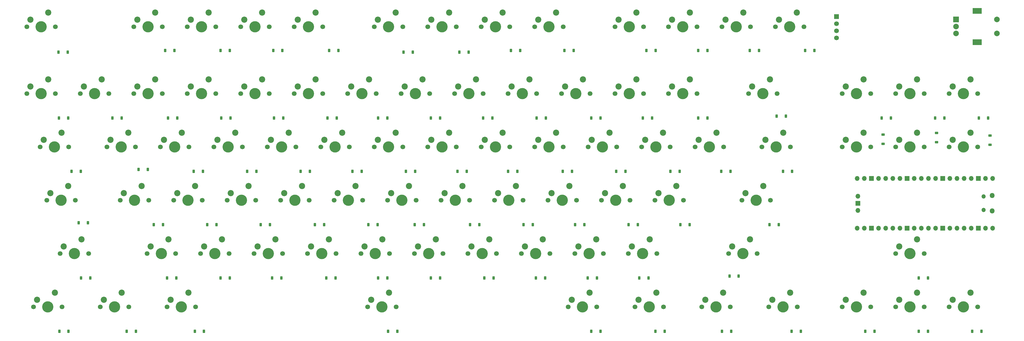
<source format=gbr>
%TF.GenerationSoftware,KiCad,Pcbnew,9.0.6*%
%TF.CreationDate,2025-12-30T21:58:58-08:00*%
%TF.ProjectId,keyboard,6b657962-6f61-4726-942e-6b696361645f,rev?*%
%TF.SameCoordinates,Original*%
%TF.FileFunction,Soldermask,Top*%
%TF.FilePolarity,Negative*%
%FSLAX46Y46*%
G04 Gerber Fmt 4.6, Leading zero omitted, Abs format (unit mm)*
G04 Created by KiCad (PCBNEW 9.0.6) date 2025-12-30 21:58:58*
%MOMM*%
%LPD*%
G01*
G04 APERTURE LIST*
G04 Aperture macros list*
%AMRoundRect*
0 Rectangle with rounded corners*
0 $1 Rounding radius*
0 $2 $3 $4 $5 $6 $7 $8 $9 X,Y pos of 4 corners*
0 Add a 4 corners polygon primitive as box body*
4,1,4,$2,$3,$4,$5,$6,$7,$8,$9,$2,$3,0*
0 Add four circle primitives for the rounded corners*
1,1,$1+$1,$2,$3*
1,1,$1+$1,$4,$5*
1,1,$1+$1,$6,$7*
1,1,$1+$1,$8,$9*
0 Add four rect primitives between the rounded corners*
20,1,$1+$1,$2,$3,$4,$5,0*
20,1,$1+$1,$4,$5,$6,$7,0*
20,1,$1+$1,$6,$7,$8,$9,0*
20,1,$1+$1,$8,$9,$2,$3,0*%
G04 Aperture macros list end*
%ADD10RoundRect,0.225000X-0.225000X-0.375000X0.225000X-0.375000X0.225000X0.375000X-0.225000X0.375000X0*%
%ADD11C,1.700000*%
%ADD12C,4.000000*%
%ADD13C,2.200000*%
%ADD14R,1.700000X1.700000*%
%ADD15RoundRect,0.225000X-0.375000X0.225000X-0.375000X-0.225000X0.375000X-0.225000X0.375000X0.225000X0*%
%ADD16R,2.000000X2.000000*%
%ADD17C,2.000000*%
%ADD18R,3.200000X2.000000*%
%ADD19O,1.800000X1.800000*%
%ADD20O,1.500000X1.500000*%
%ADD21O,1.700000X1.700000*%
G04 APERTURE END LIST*
D10*
%TO.C,D78*%
X315056250Y-130175000D03*
X318356250Y-130175000D03*
%TD*%
D11*
%TO.C,n3*%
X73501250Y-45243750D03*
D12*
X78581250Y-45243750D03*
D11*
X83661250Y-45243750D03*
D13*
X81121250Y-40163750D03*
X74771250Y-42703750D03*
%TD*%
D11*
%TO.C,U2*%
X159226250Y-64293750D03*
D12*
X164306250Y-64293750D03*
D11*
X169386250Y-64293750D03*
D13*
X166846250Y-59213750D03*
X160496250Y-61753750D03*
%TD*%
D10*
%TO.C,D28*%
X119000000Y-92075000D03*
X122300000Y-92075000D03*
%TD*%
D11*
%TO.C,L1*%
X202088750Y-83343750D03*
D12*
X207168750Y-83343750D03*
D11*
X212248750Y-83343750D03*
D13*
X209708750Y-78263750D03*
X203358750Y-80803750D03*
%TD*%
D11*
%TO.C,F8*%
X197326250Y-21431250D03*
D12*
X202406250Y-21431250D03*
D11*
X207486250Y-21431250D03*
D13*
X204946250Y-16351250D03*
X198596250Y-18891250D03*
%TD*%
D10*
%TO.C,D38*%
X154560000Y-92075000D03*
X157860000Y-92075000D03*
%TD*%
%TO.C,D68*%
X264035000Y-130175000D03*
X267335000Y-130175000D03*
%TD*%
D11*
%TO.C,n0*%
X206851250Y-45243750D03*
D12*
X211931250Y-45243750D03*
D11*
X217011250Y-45243750D03*
D13*
X214471250Y-40163750D03*
X208121250Y-42703750D03*
%TD*%
D10*
%TO.C,D45*%
X207900000Y-29845000D03*
X211200000Y-29845000D03*
%TD*%
D11*
%TO.C,RARROW1*%
X344963750Y-121443750D03*
D12*
X350043750Y-121443750D03*
D11*
X355123750Y-121443750D03*
D13*
X352583750Y-116363750D03*
X346233750Y-118903750D03*
%TD*%
D10*
%TO.C,D27*%
X113920000Y-73025000D03*
X117220000Y-73025000D03*
%TD*%
D11*
%TO.C,OBRACKET1*%
X235426250Y-64293750D03*
D12*
X240506250Y-64293750D03*
D11*
X245586250Y-64293750D03*
D13*
X243046250Y-59213750D03*
X236696250Y-61753750D03*
%TD*%
D10*
%TO.C,D59*%
X226315000Y-73025000D03*
X229615000Y-73025000D03*
%TD*%
D11*
%TO.C,F5*%
X140176250Y-21431250D03*
D12*
X145256250Y-21431250D03*
D11*
X150336250Y-21431250D03*
D13*
X147796250Y-16351250D03*
X141446250Y-18891250D03*
%TD*%
D11*
%TO.C,S1*%
X68738750Y-83343750D03*
D12*
X73818750Y-83343750D03*
D11*
X78898750Y-83343750D03*
D13*
X76358750Y-78263750D03*
X70008750Y-80803750D03*
%TD*%
D11*
%TO.C,n7*%
X149701250Y-45243750D03*
D12*
X154781250Y-45243750D03*
D11*
X159861250Y-45243750D03*
D13*
X157321250Y-40163750D03*
X150971250Y-42703750D03*
%TD*%
D11*
%TO.C,PGUP1*%
X344963750Y-45243750D03*
D12*
X350043750Y-45243750D03*
D11*
X355123750Y-45243750D03*
D13*
X352583750Y-40163750D03*
X346233750Y-42703750D03*
%TD*%
D10*
%TO.C,D51*%
X237110000Y-29845000D03*
X240410000Y-29845000D03*
%TD*%
D11*
%TO.C,rSHIFT1*%
X266382500Y-102393750D03*
D12*
X271462500Y-102393750D03*
D11*
X276542500Y-102393750D03*
D13*
X274002500Y-97313750D03*
X267652500Y-99853750D03*
%TD*%
D10*
%TO.C,D9*%
X56135000Y-72390000D03*
X59435000Y-72390000D03*
%TD*%
D11*
%TO.C,E1*%
X83026250Y-64293750D03*
D12*
X88106250Y-64293750D03*
D11*
X93186250Y-64293750D03*
D13*
X90646250Y-59213750D03*
X84296250Y-61753750D03*
%TD*%
D11*
%TO.C,P1*%
X216376250Y-64293750D03*
D12*
X221456250Y-64293750D03*
D11*
X226536250Y-64293750D03*
D13*
X223996250Y-59213750D03*
X217646250Y-61753750D03*
%TD*%
D10*
%TO.C,D41*%
X160275000Y-53975000D03*
X163575000Y-53975000D03*
%TD*%
D11*
%TO.C,D67*%
X87788750Y-83343750D03*
D12*
X92868750Y-83343750D03*
D11*
X97948750Y-83343750D03*
D13*
X95408750Y-78263750D03*
X89058750Y-80803750D03*
%TD*%
D11*
%TO.C,F10*%
X244951250Y-21431250D03*
D12*
X250031250Y-21431250D03*
D11*
X255111250Y-21431250D03*
D13*
X252571250Y-16351250D03*
X246221250Y-18891250D03*
%TD*%
D10*
%TO.C,D79*%
X334106250Y-130175000D03*
X337406250Y-130175000D03*
%TD*%
D11*
%TO.C,CAPS1*%
X23495000Y-83343750D03*
D12*
X28575000Y-83343750D03*
D11*
X33655000Y-83343750D03*
D13*
X31115000Y-78263750D03*
X24765000Y-80803750D03*
%TD*%
D11*
%TO.C,BSLASH1*%
X278288750Y-64293750D03*
D12*
X283368750Y-64293750D03*
D11*
X288448750Y-64293750D03*
D13*
X285908750Y-59213750D03*
X279558750Y-61753750D03*
%TD*%
D10*
%TO.C,D85*%
X339980000Y-53975000D03*
X343280000Y-53975000D03*
%TD*%
%TO.C,D70*%
X255525000Y-53975000D03*
X258825000Y-53975000D03*
%TD*%
D14*
%TO.C,OLED DISPLAY1*%
X304800000Y-17780000D03*
D11*
X304800000Y-20320000D03*
X304800000Y-22860000D03*
X304800000Y-25400000D03*
%TD*%
%TO.C,rCTRL1*%
X280670000Y-121443750D03*
D12*
X285750000Y-121443750D03*
D11*
X290830000Y-121443750D03*
D13*
X288290000Y-116363750D03*
X281940000Y-118903750D03*
%TD*%
D11*
%TO.C,W1*%
X63976250Y-64293750D03*
D12*
X69056250Y-64293750D03*
D11*
X74136250Y-64293750D03*
D13*
X71596250Y-59213750D03*
X65246250Y-61753750D03*
%TD*%
D15*
%TO.C,D83*%
X321468750Y-59945000D03*
X321468750Y-63245000D03*
%TD*%
D11*
%TO.C,F3*%
X92551250Y-21431250D03*
D12*
X97631250Y-21431250D03*
D11*
X102711250Y-21431250D03*
D13*
X100171250Y-16351250D03*
X93821250Y-18891250D03*
%TD*%
D10*
%TO.C,D13*%
X85345000Y-29845000D03*
X88645000Y-29845000D03*
%TD*%
D11*
%TO.C,PLUS1*%
X244951250Y-45243750D03*
D12*
X250031250Y-45243750D03*
D11*
X255111250Y-45243750D03*
D13*
X252571250Y-40163750D03*
X246221250Y-42703750D03*
%TD*%
D10*
%TO.C,D66*%
X249175000Y-92075000D03*
X252475000Y-92075000D03*
%TD*%
D11*
%TO.C,TAB1*%
X21113750Y-64293750D03*
D12*
X26193750Y-64293750D03*
D11*
X31273750Y-64293750D03*
D13*
X28733750Y-59213750D03*
X22383750Y-61753750D03*
%TD*%
D11*
%TO.C,J1*%
X163988750Y-83343750D03*
D12*
X169068750Y-83343750D03*
D11*
X174148750Y-83343750D03*
D13*
X171608750Y-78263750D03*
X165258750Y-80803750D03*
%TD*%
D10*
%TO.C,D64*%
X235840000Y-53975000D03*
X239140000Y-53975000D03*
%TD*%
%TO.C,D30*%
X150605000Y-30480000D03*
X153905000Y-30480000D03*
%TD*%
D11*
%TO.C,TILDE1*%
X16351250Y-45243750D03*
D12*
X21431250Y-45243750D03*
D11*
X26511250Y-45243750D03*
D13*
X23971250Y-40163750D03*
X17621250Y-42703750D03*
%TD*%
D11*
%TO.C,n1*%
X35401250Y-45243750D03*
D12*
X40481250Y-45243750D03*
D11*
X45561250Y-45243750D03*
D13*
X43021250Y-40163750D03*
X36671250Y-42703750D03*
%TD*%
D11*
%TO.C,X1*%
X78263750Y-102393750D03*
D12*
X83343750Y-102393750D03*
D11*
X88423750Y-102393750D03*
D13*
X85883750Y-97313750D03*
X79533750Y-99853750D03*
%TD*%
D11*
%TO.C,n5*%
X111601250Y-45243750D03*
D12*
X116681250Y-45243750D03*
D11*
X121761250Y-45243750D03*
D13*
X119221250Y-40163750D03*
X112871250Y-42703750D03*
%TD*%
D10*
%TO.C,D5*%
X35718750Y-111125000D03*
X39018750Y-111125000D03*
%TD*%
D11*
%TO.C,DARROW1*%
X325913750Y-121443750D03*
D12*
X330993750Y-121443750D03*
D11*
X336073750Y-121443750D03*
D13*
X333533750Y-116363750D03*
X327183750Y-118903750D03*
%TD*%
D11*
%TO.C,Q1*%
X44926250Y-64293750D03*
D12*
X50006250Y-64293750D03*
D11*
X55086250Y-64293750D03*
D13*
X52546250Y-59213750D03*
X46196250Y-61753750D03*
%TD*%
D10*
%TO.C,D56*%
X217425000Y-130175000D03*
X220725000Y-130175000D03*
%TD*%
D11*
%TO.C,F7*%
X178276250Y-21431250D03*
D12*
X183356250Y-21431250D03*
D11*
X188436250Y-21431250D03*
D13*
X185896250Y-16351250D03*
X179546250Y-18891250D03*
%TD*%
D10*
%TO.C,D86*%
X320930000Y-53975000D03*
X324230000Y-53975000D03*
%TD*%
%TO.C,D73*%
X266700000Y-110490000D03*
X270000000Y-110490000D03*
%TD*%
D11*
%TO.C,F13*%
X106838750Y-83343750D03*
D12*
X111918750Y-83343750D03*
D11*
X116998750Y-83343750D03*
D13*
X114458750Y-78263750D03*
X108108750Y-80803750D03*
%TD*%
D11*
%TO.C,rWIN1*%
X233045000Y-121443750D03*
D12*
X238125000Y-121443750D03*
D11*
X243205000Y-121443750D03*
D13*
X240665000Y-116363750D03*
X234315000Y-118903750D03*
%TD*%
D10*
%TO.C,D22*%
X99695000Y-92075000D03*
X102995000Y-92075000D03*
%TD*%
%TO.C,D26*%
X104395000Y-53975000D03*
X107695000Y-53975000D03*
%TD*%
%TO.C,D77*%
X285750000Y-73025000D03*
X289050000Y-73025000D03*
%TD*%
D11*
%TO.C,SHIFT1*%
X28257500Y-102393750D03*
D12*
X33337500Y-102393750D03*
D11*
X38417500Y-102393750D03*
D13*
X35877500Y-97313750D03*
X29527500Y-99853750D03*
%TD*%
D10*
%TO.C,D37*%
X151385000Y-73025000D03*
X154685000Y-73025000D03*
%TD*%
D11*
%TO.C,A1*%
X49688750Y-83343750D03*
D12*
X54768750Y-83343750D03*
D11*
X59848750Y-83343750D03*
D13*
X57308750Y-78263750D03*
X50958750Y-80803750D03*
%TD*%
D11*
%TO.C,CTRL1*%
X18732500Y-121443750D03*
D12*
X23812500Y-121443750D03*
D11*
X28892500Y-121443750D03*
D13*
X26352500Y-116363750D03*
X20002500Y-118903750D03*
%TD*%
D11*
%TO.C,Z1*%
X59213750Y-102393750D03*
D12*
X64293750Y-102393750D03*
D11*
X69373750Y-102393750D03*
D13*
X66833750Y-97313750D03*
X60483750Y-99853750D03*
%TD*%
D11*
%TO.C,F9*%
X225901250Y-21431250D03*
D12*
X230981250Y-21431250D03*
D11*
X236061250Y-21431250D03*
D13*
X233521250Y-16351250D03*
X227171250Y-18891250D03*
%TD*%
D10*
%TO.C,D25*%
X124080000Y-29845000D03*
X127380000Y-29845000D03*
%TD*%
%TO.C,D33*%
X138050000Y-92075000D03*
X141350000Y-92075000D03*
%TD*%
%TO.C,D61*%
X234570000Y-111125000D03*
X237870000Y-111125000D03*
%TD*%
D11*
%TO.C,CBRACKET1*%
X254476250Y-64293750D03*
D12*
X259556250Y-64293750D03*
D11*
X264636250Y-64293750D03*
D13*
X262096250Y-59213750D03*
X255746250Y-61753750D03*
%TD*%
D11*
%TO.C,F11*%
X264001250Y-21431250D03*
D12*
X269081250Y-21431250D03*
D11*
X274161250Y-21431250D03*
D13*
X271621250Y-16351250D03*
X265271250Y-18891250D03*
%TD*%
D11*
%TO.C,COLON1*%
X221138750Y-83343750D03*
D12*
X226218750Y-83343750D03*
D11*
X231298750Y-83343750D03*
D13*
X228758750Y-78263750D03*
X222408750Y-80803750D03*
%TD*%
D10*
%TO.C,D55*%
X216155000Y-111125000D03*
X219455000Y-111125000D03*
%TD*%
D11*
%TO.C,ENTER1*%
X271145000Y-83343750D03*
D12*
X276225000Y-83343750D03*
D11*
X281305000Y-83343750D03*
D13*
X278765000Y-78263750D03*
X272415000Y-80803750D03*
%TD*%
D11*
%TO.C,F6*%
X159226250Y-21431250D03*
D12*
X164306250Y-21431250D03*
D11*
X169386250Y-21431250D03*
D13*
X166846250Y-16351250D03*
X160496250Y-18891250D03*
%TD*%
D11*
%TO.C,F2*%
X73501250Y-21431250D03*
D12*
X78581250Y-21431250D03*
D11*
X83661250Y-21431250D03*
D13*
X81121250Y-16351250D03*
X74771250Y-18891250D03*
%TD*%
D11*
%TO.C,COMMA1*%
X192563750Y-102393750D03*
D12*
X197643750Y-102393750D03*
D11*
X202723750Y-102393750D03*
D13*
X200183750Y-97313750D03*
X193833750Y-99853750D03*
%TD*%
D10*
%TO.C,D60*%
X230760000Y-92075000D03*
X234060000Y-92075000D03*
%TD*%
%TO.C,D69*%
X293625000Y-29845000D03*
X296925000Y-29845000D03*
%TD*%
D11*
%TO.C,O1*%
X197326250Y-64293750D03*
D12*
X202406250Y-64293750D03*
D11*
X207486250Y-64293750D03*
D13*
X204946250Y-59213750D03*
X198596250Y-61753750D03*
%TD*%
D11*
%TO.C,R1*%
X102076250Y-64293750D03*
D12*
X107156250Y-64293750D03*
D11*
X112236250Y-64293750D03*
D13*
X109696250Y-59213750D03*
X103346250Y-61753750D03*
%TD*%
D11*
%TO.C,QUOTE1*%
X240188750Y-83343750D03*
D12*
X245268750Y-83343750D03*
D11*
X250348750Y-83343750D03*
D13*
X247808750Y-78263750D03*
X241458750Y-80803750D03*
%TD*%
D11*
%TO.C,n9*%
X187801250Y-45243750D03*
D12*
X192881250Y-45243750D03*
D11*
X197961250Y-45243750D03*
D13*
X195421250Y-40163750D03*
X189071250Y-42703750D03*
%TD*%
D10*
%TO.C,D14*%
X66675000Y-53975000D03*
X69975000Y-53975000D03*
%TD*%
%TO.C,D53*%
X207265000Y-73025000D03*
X210565000Y-73025000D03*
%TD*%
%TO.C,D47*%
X187835000Y-73025000D03*
X191135000Y-73025000D03*
%TD*%
%TO.C,D80*%
X334106250Y-111125000D03*
X337406250Y-111125000D03*
%TD*%
%TO.C,D32*%
X132335000Y-73025000D03*
X135635000Y-73025000D03*
%TD*%
%TO.C,D74*%
X288800000Y-130175000D03*
X292100000Y-130175000D03*
%TD*%
%TO.C,D48*%
X193295000Y-92075000D03*
X196595000Y-92075000D03*
%TD*%
%TO.C,D10*%
X61595000Y-92075000D03*
X64895000Y-92075000D03*
%TD*%
D15*
%TO.C,D82*%
X340518750Y-59310000D03*
X340518750Y-62610000D03*
%TD*%
D10*
%TO.C,D84*%
X355537500Y-53975000D03*
X358837500Y-53975000D03*
%TD*%
D11*
%TO.C,BACKSPACE1*%
X273526250Y-45243750D03*
D12*
X278606250Y-45243750D03*
D11*
X283686250Y-45243750D03*
D13*
X281146250Y-40163750D03*
X274796250Y-42703750D03*
%TD*%
D10*
%TO.C,D7*%
X65660000Y-29845000D03*
X68960000Y-29845000D03*
%TD*%
D11*
%TO.C,rALT1*%
X209232500Y-121443750D03*
D12*
X214312500Y-121443750D03*
D11*
X219392500Y-121443750D03*
D13*
X216852500Y-116363750D03*
X210502500Y-118903750D03*
%TD*%
D11*
%TO.C,T1*%
X121126250Y-64293750D03*
D12*
X126206250Y-64293750D03*
D11*
X131286250Y-64293750D03*
D13*
X128746250Y-59213750D03*
X122396250Y-61753750D03*
%TD*%
D10*
%TO.C,D58*%
X217425000Y-53975000D03*
X220725000Y-53975000D03*
%TD*%
D11*
%TO.C,ALT1*%
X66357500Y-121443750D03*
D12*
X71437500Y-121443750D03*
D11*
X76517500Y-121443750D03*
D13*
X73977500Y-116363750D03*
X67627500Y-118903750D03*
%TD*%
D11*
%TO.C,DEL1*%
X306863750Y-64293750D03*
D12*
X311943750Y-64293750D03*
D11*
X317023750Y-64293750D03*
D13*
X314483750Y-59213750D03*
X308133750Y-61753750D03*
%TD*%
D10*
%TO.C,D46*%
X178945000Y-53975000D03*
X182245000Y-53975000D03*
%TD*%
%TO.C,D12*%
X51945000Y-130175000D03*
X55245000Y-130175000D03*
%TD*%
%TO.C,D2*%
X27815000Y-53975000D03*
X31115000Y-53975000D03*
%TD*%
D11*
%TO.C,C1*%
X97313750Y-102393750D03*
D12*
X102393750Y-102393750D03*
D11*
X107473750Y-102393750D03*
D13*
X104933750Y-97313750D03*
X98583750Y-99853750D03*
%TD*%
D10*
%TO.C,D6*%
X27940000Y-130175000D03*
X31240000Y-130175000D03*
%TD*%
%TO.C,D34*%
X141480000Y-111125000D03*
X144780000Y-111125000D03*
%TD*%
D11*
%TO.C,I1*%
X178276250Y-64293750D03*
D12*
X183356250Y-64293750D03*
D11*
X188436250Y-64293750D03*
D13*
X185896250Y-59213750D03*
X179546250Y-61753750D03*
%TD*%
D11*
%TO.C,WIN1*%
X42545000Y-121443750D03*
D12*
X47625000Y-121443750D03*
D11*
X52705000Y-121443750D03*
D13*
X50165000Y-116363750D03*
X43815000Y-118903750D03*
%TD*%
D11*
%TO.C,MACRO1*%
X256857500Y-121443750D03*
D12*
X261937500Y-121443750D03*
D11*
X267017500Y-121443750D03*
D13*
X264477500Y-116363750D03*
X258127500Y-118903750D03*
%TD*%
D11*
%TO.C,PGDN1*%
X344963750Y-64293750D03*
D12*
X350043750Y-64293750D03*
D11*
X355123750Y-64293750D03*
D13*
X352583750Y-59213750D03*
X346233750Y-61753750D03*
%TD*%
D11*
%TO.C,n2*%
X54451250Y-45243750D03*
D12*
X59531250Y-45243750D03*
D11*
X64611250Y-45243750D03*
D13*
X62071250Y-40163750D03*
X55721250Y-42703750D03*
%TD*%
D11*
%TO.C,N10*%
X154463750Y-102393750D03*
D12*
X159543750Y-102393750D03*
D11*
X164623750Y-102393750D03*
D13*
X162083750Y-97313750D03*
X155733750Y-99853750D03*
%TD*%
D11*
%TO.C,LARROW1*%
X306863750Y-121443750D03*
D12*
X311943750Y-121443750D03*
D11*
X317023750Y-121443750D03*
D13*
X314483750Y-116363750D03*
X308133750Y-118903750D03*
%TD*%
D10*
%TO.C,D62*%
X240285000Y-130175000D03*
X243585000Y-130175000D03*
%TD*%
D11*
%TO.C,MINUS1*%
X225901250Y-45243750D03*
D12*
X230981250Y-45243750D03*
D11*
X236061250Y-45243750D03*
D13*
X233521250Y-40163750D03*
X227171250Y-42703750D03*
%TD*%
D11*
%TO.C,SLASH1*%
X230663750Y-102393750D03*
D12*
X235743750Y-102393750D03*
D11*
X240823750Y-102393750D03*
D13*
X238283750Y-97313750D03*
X231933750Y-99853750D03*
%TD*%
D11*
%TO.C,END1*%
X325913750Y-64293750D03*
D12*
X330993750Y-64293750D03*
D11*
X336073750Y-64293750D03*
D13*
X333533750Y-59213750D03*
X327183750Y-61753750D03*
%TD*%
D10*
%TO.C,D43*%
X174245000Y-92075000D03*
X177545000Y-92075000D03*
%TD*%
%TO.C,D40*%
X188850000Y-29845000D03*
X192150000Y-29845000D03*
%TD*%
%TO.C,D76*%
X283465000Y-53340000D03*
X286765000Y-53340000D03*
%TD*%
D11*
%TO.C,ESC1*%
X16351250Y-21431250D03*
D12*
X21431250Y-21431250D03*
D11*
X26511250Y-21431250D03*
D13*
X23971250Y-16351250D03*
X17621250Y-18891250D03*
%TD*%
D10*
%TO.C,D52*%
X197995000Y-53975000D03*
X201295000Y-53975000D03*
%TD*%
%TO.C,D3*%
X32260000Y-73025000D03*
X35560000Y-73025000D03*
%TD*%
D11*
%TO.C,F12*%
X283051250Y-21431250D03*
D12*
X288131250Y-21431250D03*
D11*
X293211250Y-21431250D03*
D13*
X290671250Y-16351250D03*
X284321250Y-18891250D03*
%TD*%
D11*
%TO.C,n6*%
X130651250Y-45243750D03*
D12*
X135731250Y-45243750D03*
D11*
X140811250Y-45243750D03*
D13*
X138271250Y-40163750D03*
X131921250Y-42703750D03*
%TD*%
D10*
%TO.C,D54*%
X211710000Y-92075000D03*
X215010000Y-92075000D03*
%TD*%
D11*
%TO.C,INS1*%
X306863750Y-45243750D03*
D12*
X311943750Y-45243750D03*
D11*
X317023750Y-45243750D03*
D13*
X314483750Y-40163750D03*
X308133750Y-42703750D03*
%TD*%
D10*
%TO.C,D39*%
X160275000Y-111125000D03*
X163575000Y-111125000D03*
%TD*%
%TO.C,D29*%
X123065000Y-111125000D03*
X126365000Y-111125000D03*
%TD*%
%TO.C,D23*%
X103760000Y-111125000D03*
X107060000Y-111125000D03*
%TD*%
D11*
%TO.C,H1*%
X144938750Y-83343750D03*
D12*
X150018750Y-83343750D03*
D11*
X155098750Y-83343750D03*
D13*
X152558750Y-78263750D03*
X146208750Y-80803750D03*
%TD*%
D10*
%TO.C,D8*%
X46865000Y-53975000D03*
X50165000Y-53975000D03*
%TD*%
D16*
%TO.C,SW1*%
X347450000Y-18812500D03*
D17*
X347450000Y-23812500D03*
X347450000Y-21312500D03*
D18*
X354950000Y-15712500D03*
X354950000Y-26912500D03*
D17*
X361950000Y-23812500D03*
X361950000Y-18812500D03*
%TD*%
D10*
%TO.C,D31*%
X123445000Y-53975000D03*
X126745000Y-53975000D03*
%TD*%
%TO.C,D63*%
X273940000Y-29845000D03*
X277240000Y-29845000D03*
%TD*%
%TO.C,D65*%
X245620000Y-73025000D03*
X248920000Y-73025000D03*
%TD*%
%TO.C,D4*%
X34800000Y-91440000D03*
X38100000Y-91440000D03*
%TD*%
D11*
%TO.C,Y1*%
X140176250Y-64293750D03*
D12*
X145256250Y-64293750D03*
D11*
X150336250Y-64293750D03*
D13*
X147796250Y-59213750D03*
X141446250Y-61753750D03*
%TD*%
D10*
%TO.C,D36*%
X141480000Y-53975000D03*
X144780000Y-53975000D03*
%TD*%
D11*
%TO.C,M1*%
X173513750Y-102393750D03*
D12*
X178593750Y-102393750D03*
D11*
X183673750Y-102393750D03*
D13*
X181133750Y-97313750D03*
X174783750Y-99853750D03*
%TD*%
D11*
%TO.C,K1*%
X183038750Y-83343750D03*
D12*
X188118750Y-83343750D03*
D11*
X193198750Y-83343750D03*
D13*
X190658750Y-78263750D03*
X184308750Y-80803750D03*
%TD*%
D11*
%TO.C,F1*%
X54451250Y-21431250D03*
D12*
X59531250Y-21431250D03*
D11*
X64611250Y-21431250D03*
D13*
X62071250Y-16351250D03*
X55721250Y-18891250D03*
%TD*%
D10*
%TO.C,D35*%
X170435000Y-30480000D03*
X173735000Y-30480000D03*
%TD*%
%TO.C,D57*%
X255525000Y-29845000D03*
X258825000Y-29845000D03*
%TD*%
%TO.C,D21*%
X94870000Y-73025000D03*
X98170000Y-73025000D03*
%TD*%
D11*
%TO.C,n8*%
X168751250Y-45243750D03*
D12*
X173831250Y-45243750D03*
D11*
X178911250Y-45243750D03*
D13*
X176371250Y-40163750D03*
X170021250Y-42703750D03*
%TD*%
D10*
%TO.C,D11*%
X66295000Y-111125000D03*
X69595000Y-111125000D03*
%TD*%
%TO.C,D42*%
X169800000Y-73025000D03*
X173100000Y-73025000D03*
%TD*%
D11*
%TO.C,V1*%
X116363750Y-102393750D03*
D12*
X121443750Y-102393750D03*
D11*
X126523750Y-102393750D03*
D13*
X123983750Y-97313750D03*
X117633750Y-99853750D03*
%TD*%
D15*
%TO.C,D81*%
X359568750Y-60262500D03*
X359568750Y-63562500D03*
%TD*%
D10*
%TO.C,D24*%
X145035000Y-130175000D03*
X148335000Y-130175000D03*
%TD*%
%TO.C,D44*%
X179325000Y-111125000D03*
X182625000Y-111125000D03*
%TD*%
D11*
%TO.C,B1*%
X135413750Y-102393750D03*
D12*
X140493750Y-102393750D03*
D11*
X145573750Y-102393750D03*
D13*
X143033750Y-97313750D03*
X136683750Y-99853750D03*
%TD*%
D10*
%TO.C,D15*%
X75820000Y-73025000D03*
X79120000Y-73025000D03*
%TD*%
%TO.C,D16*%
X80645000Y-92075000D03*
X83945000Y-92075000D03*
%TD*%
D11*
%TO.C,SPACE1*%
X137795000Y-121443750D03*
D12*
X142875000Y-121443750D03*
D11*
X147955000Y-121443750D03*
D13*
X145415000Y-116363750D03*
X139065000Y-118903750D03*
%TD*%
D10*
%TO.C,D1*%
X27656250Y-30480000D03*
X30956250Y-30480000D03*
%TD*%
D11*
%TO.C,HOME1*%
X325913750Y-45243750D03*
D12*
X330993750Y-45243750D03*
D11*
X336073750Y-45243750D03*
D13*
X333533750Y-40163750D03*
X327183750Y-42703750D03*
%TD*%
D11*
%TO.C,UARROW1*%
X325913750Y-102393750D03*
D12*
X330993750Y-102393750D03*
D11*
X336073750Y-102393750D03*
D13*
X333533750Y-97313750D03*
X327183750Y-99853750D03*
%TD*%
D11*
%TO.C,n4*%
X92551250Y-45243750D03*
D12*
X97631250Y-45243750D03*
D11*
X102711250Y-45243750D03*
D13*
X100171250Y-40163750D03*
X93821250Y-42703750D03*
%TD*%
D10*
%TO.C,D20*%
X85600000Y-53975000D03*
X88900000Y-53975000D03*
%TD*%
%TO.C,D18*%
X76200000Y-130175000D03*
X79500000Y-130175000D03*
%TD*%
%TO.C,D71*%
X263780000Y-73025000D03*
X267080000Y-73025000D03*
%TD*%
%TO.C,D50*%
X280925000Y-92075000D03*
X284225000Y-92075000D03*
%TD*%
D11*
%TO.C,F4*%
X111601250Y-21431250D03*
D12*
X116681250Y-21431250D03*
D11*
X121761250Y-21431250D03*
D13*
X119221250Y-16351250D03*
X112871250Y-18891250D03*
%TD*%
D10*
%TO.C,D49*%
X197740000Y-111125000D03*
X201040000Y-111125000D03*
%TD*%
%TO.C,D17*%
X85345000Y-111125000D03*
X88645000Y-111125000D03*
%TD*%
%TO.C,D72*%
X353156250Y-130175000D03*
X356456250Y-130175000D03*
%TD*%
D11*
%TO.C,PERIOD1*%
X211613750Y-102393750D03*
D12*
X216693750Y-102393750D03*
D11*
X221773750Y-102393750D03*
D13*
X219233750Y-97313750D03*
X212883750Y-99853750D03*
%TD*%
D10*
%TO.C,D19*%
X104140000Y-29845000D03*
X107440000Y-29845000D03*
%TD*%
D11*
%TO.C,G1*%
X125888750Y-83343750D03*
D12*
X130968750Y-83343750D03*
D11*
X136048750Y-83343750D03*
D13*
X133508750Y-78263750D03*
X127158750Y-80803750D03*
%TD*%
D19*
%TO.C,U1*%
X360320000Y-87180000D03*
D20*
X357290000Y-86880000D03*
X357290000Y-82030000D03*
D19*
X360320000Y-81730000D03*
D21*
X360450000Y-93345000D03*
X357910000Y-93345000D03*
D14*
X355370000Y-93345000D03*
D21*
X352830000Y-93345000D03*
X350290000Y-93345000D03*
X347750000Y-93345000D03*
X345210000Y-93345000D03*
D14*
X342670000Y-93345000D03*
D21*
X340130000Y-93345000D03*
X337590000Y-93345000D03*
X335050000Y-93345000D03*
X332510000Y-93345000D03*
D14*
X329970000Y-93345000D03*
D21*
X327430000Y-93345000D03*
X324890000Y-93345000D03*
X322350000Y-93345000D03*
X319810000Y-93345000D03*
D14*
X317270000Y-93345000D03*
D21*
X314730000Y-93345000D03*
X312190000Y-93345000D03*
X312190000Y-75565000D03*
X314730000Y-75565000D03*
D14*
X317270000Y-75565000D03*
D21*
X319810000Y-75565000D03*
X322350000Y-75565000D03*
X324890000Y-75565000D03*
X327430000Y-75565000D03*
D14*
X329970000Y-75565000D03*
D21*
X332510000Y-75565000D03*
X335050000Y-75565000D03*
X337590000Y-75565000D03*
X340130000Y-75565000D03*
D14*
X342670000Y-75565000D03*
D21*
X345210000Y-75565000D03*
X347750000Y-75565000D03*
X350290000Y-75565000D03*
X352830000Y-75565000D03*
D14*
X355370000Y-75565000D03*
D21*
X357910000Y-75565000D03*
X360450000Y-75565000D03*
X312420000Y-86995000D03*
D14*
X312420000Y-84455000D03*
D21*
X312420000Y-81915000D03*
%TD*%
M02*

</source>
